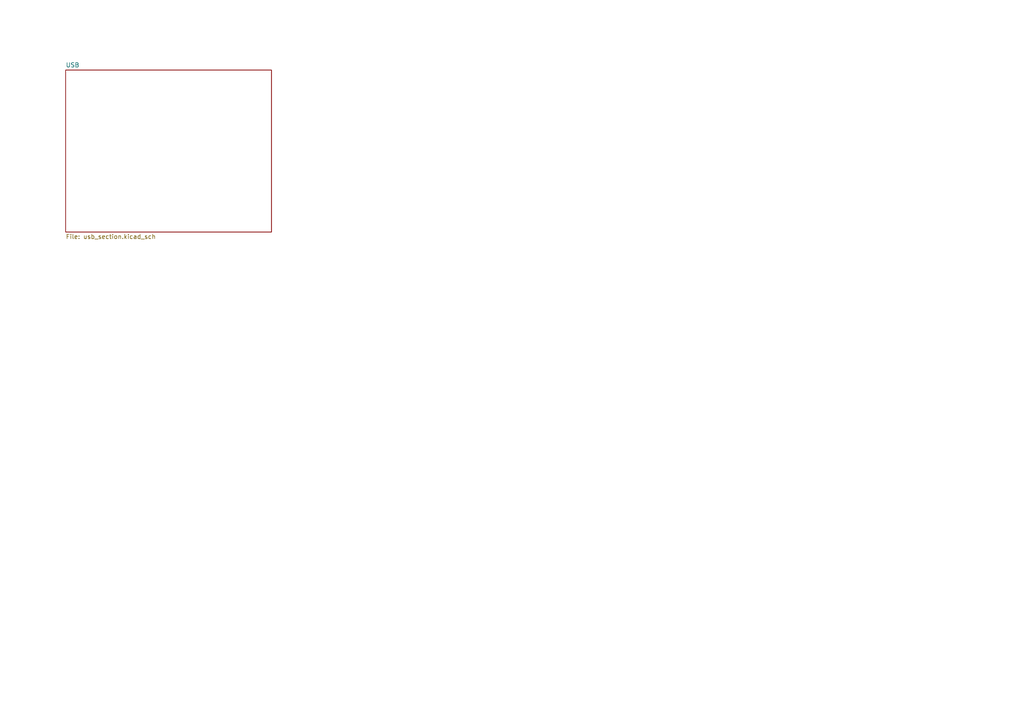
<source format=kicad_sch>
(kicad_sch
	(version 20231120)
	(generator "eeschema")
	(generator_version "8.0")
	(uuid "99ba8324-3ec8-41f2-8bcb-86522e2718ed")
	(paper "A4")
	(lib_symbols)
	(sheet
		(at 19.05 20.32)
		(size 59.69 46.99)
		(fields_autoplaced yes)
		(stroke
			(width 0.1524)
			(type solid)
		)
		(fill
			(color 0 0 0 0.0000)
		)
		(uuid "9230954d-b60e-455e-92bd-56930e0c2c88")
		(property "Sheetname" "USB"
			(at 19.05 19.6084 0)
			(effects
				(font
					(size 1.27 1.27)
				)
				(justify left bottom)
			)
		)
		(property "Sheetfile" "usb_section.kicad_sch"
			(at 19.05 67.8946 0)
			(effects
				(font
					(size 1.27 1.27)
				)
				(justify left top)
			)
		)
		(instances
			(project "UART-USBuddy"
				(path "/99ba8324-3ec8-41f2-8bcb-86522e2718ed"
					(page "2")
				)
			)
		)
	)
	(sheet_instances
		(path "/"
			(page "1")
		)
	)
)

</source>
